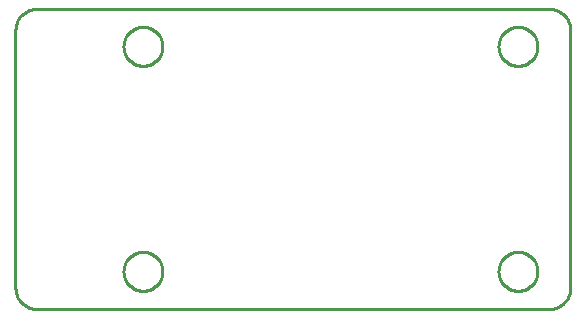
<source format=gbr>
G04 EAGLE Gerber RS-274X export*
G75*
%MOMM*%
%FSLAX34Y34*%
%LPD*%
%IN*%
%IPPOS*%
%AMOC8*
5,1,8,0,0,1.08239X$1,22.5*%
G01*
%ADD10C,0.254000*%


D10*
X0Y17961D02*
X68Y16395D01*
X273Y14842D01*
X612Y13312D01*
X1083Y11818D01*
X1683Y10370D01*
X2406Y8980D01*
X3248Y7659D01*
X4202Y6416D01*
X5261Y5261D01*
X6416Y4202D01*
X7659Y3248D01*
X8980Y2406D01*
X10370Y1683D01*
X11818Y1083D01*
X13312Y612D01*
X14842Y273D01*
X16395Y68D01*
X17961Y0D01*
X451940Y0D01*
X453505Y68D01*
X455058Y273D01*
X456588Y612D01*
X458082Y1083D01*
X459530Y1683D01*
X460920Y2406D01*
X462241Y3248D01*
X463484Y4202D01*
X464640Y5261D01*
X465698Y6416D01*
X466652Y7659D01*
X467494Y8980D01*
X468217Y10370D01*
X468817Y11818D01*
X469288Y13312D01*
X469627Y14842D01*
X469832Y16395D01*
X469900Y17961D01*
X469900Y236040D01*
X469832Y237605D01*
X469627Y239158D01*
X469288Y240688D01*
X468817Y242182D01*
X468217Y243630D01*
X467494Y245020D01*
X466652Y246341D01*
X465698Y247584D01*
X464640Y248740D01*
X463484Y249798D01*
X462241Y250752D01*
X460920Y251594D01*
X459530Y252317D01*
X458082Y252917D01*
X456588Y253388D01*
X455058Y253727D01*
X453505Y253932D01*
X451940Y254000D01*
X17961Y254000D01*
X16395Y253932D01*
X14842Y253727D01*
X13312Y253388D01*
X11818Y252917D01*
X10370Y252317D01*
X8980Y251594D01*
X7659Y250752D01*
X6416Y249798D01*
X5261Y248740D01*
X4202Y247584D01*
X3248Y246341D01*
X2406Y245020D01*
X1683Y243630D01*
X1083Y242182D01*
X612Y240688D01*
X273Y239158D01*
X68Y237605D01*
X0Y236040D01*
X0Y17961D01*
X441960Y31210D02*
X441889Y30131D01*
X441748Y29059D01*
X441537Y27999D01*
X441258Y26955D01*
X440910Y25931D01*
X440496Y24933D01*
X440018Y23963D01*
X439478Y23027D01*
X438877Y22128D01*
X438219Y21271D01*
X437507Y20458D01*
X436742Y19694D01*
X435929Y18981D01*
X435072Y18323D01*
X434173Y17722D01*
X433237Y17182D01*
X432267Y16704D01*
X431269Y16290D01*
X430245Y15942D01*
X429201Y15663D01*
X428141Y15452D01*
X427069Y15311D01*
X425990Y15240D01*
X424910Y15240D01*
X423831Y15311D01*
X422759Y15452D01*
X421699Y15663D01*
X420655Y15942D01*
X419631Y16290D01*
X418633Y16704D01*
X417663Y17182D01*
X416727Y17722D01*
X415828Y18323D01*
X414971Y18981D01*
X414158Y19694D01*
X413394Y20458D01*
X412681Y21271D01*
X412023Y22128D01*
X411422Y23027D01*
X410882Y23963D01*
X410404Y24933D01*
X409990Y25931D01*
X409642Y26955D01*
X409363Y27999D01*
X409152Y29059D01*
X409011Y30131D01*
X408940Y31210D01*
X408940Y32290D01*
X409011Y33369D01*
X409152Y34441D01*
X409363Y35501D01*
X409642Y36545D01*
X409990Y37569D01*
X410404Y38567D01*
X410882Y39537D01*
X411422Y40473D01*
X412023Y41372D01*
X412681Y42229D01*
X413394Y43042D01*
X414158Y43807D01*
X414971Y44519D01*
X415828Y45177D01*
X416727Y45778D01*
X417663Y46318D01*
X418633Y46796D01*
X419631Y47210D01*
X420655Y47558D01*
X421699Y47837D01*
X422759Y48048D01*
X423831Y48189D01*
X424910Y48260D01*
X425990Y48260D01*
X427069Y48189D01*
X428141Y48048D01*
X429201Y47837D01*
X430245Y47558D01*
X431269Y47210D01*
X432267Y46796D01*
X433237Y46318D01*
X434173Y45778D01*
X435072Y45177D01*
X435929Y44519D01*
X436742Y43807D01*
X437507Y43042D01*
X438219Y42229D01*
X438877Y41372D01*
X439478Y40473D01*
X440018Y39537D01*
X440496Y38567D01*
X440910Y37569D01*
X441258Y36545D01*
X441537Y35501D01*
X441748Y34441D01*
X441889Y33369D01*
X441960Y32290D01*
X441960Y31210D01*
X441960Y221710D02*
X441889Y220631D01*
X441748Y219559D01*
X441537Y218499D01*
X441258Y217455D01*
X440910Y216431D01*
X440496Y215433D01*
X440018Y214463D01*
X439478Y213527D01*
X438877Y212628D01*
X438219Y211771D01*
X437507Y210958D01*
X436742Y210194D01*
X435929Y209481D01*
X435072Y208823D01*
X434173Y208222D01*
X433237Y207682D01*
X432267Y207204D01*
X431269Y206790D01*
X430245Y206442D01*
X429201Y206163D01*
X428141Y205952D01*
X427069Y205811D01*
X425990Y205740D01*
X424910Y205740D01*
X423831Y205811D01*
X422759Y205952D01*
X421699Y206163D01*
X420655Y206442D01*
X419631Y206790D01*
X418633Y207204D01*
X417663Y207682D01*
X416727Y208222D01*
X415828Y208823D01*
X414971Y209481D01*
X414158Y210194D01*
X413394Y210958D01*
X412681Y211771D01*
X412023Y212628D01*
X411422Y213527D01*
X410882Y214463D01*
X410404Y215433D01*
X409990Y216431D01*
X409642Y217455D01*
X409363Y218499D01*
X409152Y219559D01*
X409011Y220631D01*
X408940Y221710D01*
X408940Y222790D01*
X409011Y223869D01*
X409152Y224941D01*
X409363Y226001D01*
X409642Y227045D01*
X409990Y228069D01*
X410404Y229067D01*
X410882Y230037D01*
X411422Y230973D01*
X412023Y231872D01*
X412681Y232729D01*
X413394Y233542D01*
X414158Y234307D01*
X414971Y235019D01*
X415828Y235677D01*
X416727Y236278D01*
X417663Y236818D01*
X418633Y237296D01*
X419631Y237710D01*
X420655Y238058D01*
X421699Y238337D01*
X422759Y238548D01*
X423831Y238689D01*
X424910Y238760D01*
X425990Y238760D01*
X427069Y238689D01*
X428141Y238548D01*
X429201Y238337D01*
X430245Y238058D01*
X431269Y237710D01*
X432267Y237296D01*
X433237Y236818D01*
X434173Y236278D01*
X435072Y235677D01*
X435929Y235019D01*
X436742Y234307D01*
X437507Y233542D01*
X438219Y232729D01*
X438877Y231872D01*
X439478Y230973D01*
X440018Y230037D01*
X440496Y229067D01*
X440910Y228069D01*
X441258Y227045D01*
X441537Y226001D01*
X441748Y224941D01*
X441889Y223869D01*
X441960Y222790D01*
X441960Y221710D01*
X124460Y221710D02*
X124389Y220631D01*
X124248Y219559D01*
X124037Y218499D01*
X123758Y217455D01*
X123410Y216431D01*
X122996Y215433D01*
X122518Y214463D01*
X121978Y213527D01*
X121377Y212628D01*
X120719Y211771D01*
X120007Y210958D01*
X119242Y210194D01*
X118429Y209481D01*
X117572Y208823D01*
X116673Y208222D01*
X115737Y207682D01*
X114767Y207204D01*
X113769Y206790D01*
X112745Y206442D01*
X111701Y206163D01*
X110641Y205952D01*
X109569Y205811D01*
X108490Y205740D01*
X107410Y205740D01*
X106331Y205811D01*
X105259Y205952D01*
X104199Y206163D01*
X103155Y206442D01*
X102131Y206790D01*
X101133Y207204D01*
X100163Y207682D01*
X99227Y208222D01*
X98328Y208823D01*
X97471Y209481D01*
X96658Y210194D01*
X95894Y210958D01*
X95181Y211771D01*
X94523Y212628D01*
X93922Y213527D01*
X93382Y214463D01*
X92904Y215433D01*
X92490Y216431D01*
X92142Y217455D01*
X91863Y218499D01*
X91652Y219559D01*
X91511Y220631D01*
X91440Y221710D01*
X91440Y222790D01*
X91511Y223869D01*
X91652Y224941D01*
X91863Y226001D01*
X92142Y227045D01*
X92490Y228069D01*
X92904Y229067D01*
X93382Y230037D01*
X93922Y230973D01*
X94523Y231872D01*
X95181Y232729D01*
X95894Y233542D01*
X96658Y234307D01*
X97471Y235019D01*
X98328Y235677D01*
X99227Y236278D01*
X100163Y236818D01*
X101133Y237296D01*
X102131Y237710D01*
X103155Y238058D01*
X104199Y238337D01*
X105259Y238548D01*
X106331Y238689D01*
X107410Y238760D01*
X108490Y238760D01*
X109569Y238689D01*
X110641Y238548D01*
X111701Y238337D01*
X112745Y238058D01*
X113769Y237710D01*
X114767Y237296D01*
X115737Y236818D01*
X116673Y236278D01*
X117572Y235677D01*
X118429Y235019D01*
X119242Y234307D01*
X120007Y233542D01*
X120719Y232729D01*
X121377Y231872D01*
X121978Y230973D01*
X122518Y230037D01*
X122996Y229067D01*
X123410Y228069D01*
X123758Y227045D01*
X124037Y226001D01*
X124248Y224941D01*
X124389Y223869D01*
X124460Y222790D01*
X124460Y221710D01*
X124460Y31210D02*
X124389Y30131D01*
X124248Y29059D01*
X124037Y27999D01*
X123758Y26955D01*
X123410Y25931D01*
X122996Y24933D01*
X122518Y23963D01*
X121978Y23027D01*
X121377Y22128D01*
X120719Y21271D01*
X120007Y20458D01*
X119242Y19694D01*
X118429Y18981D01*
X117572Y18323D01*
X116673Y17722D01*
X115737Y17182D01*
X114767Y16704D01*
X113769Y16290D01*
X112745Y15942D01*
X111701Y15663D01*
X110641Y15452D01*
X109569Y15311D01*
X108490Y15240D01*
X107410Y15240D01*
X106331Y15311D01*
X105259Y15452D01*
X104199Y15663D01*
X103155Y15942D01*
X102131Y16290D01*
X101133Y16704D01*
X100163Y17182D01*
X99227Y17722D01*
X98328Y18323D01*
X97471Y18981D01*
X96658Y19694D01*
X95894Y20458D01*
X95181Y21271D01*
X94523Y22128D01*
X93922Y23027D01*
X93382Y23963D01*
X92904Y24933D01*
X92490Y25931D01*
X92142Y26955D01*
X91863Y27999D01*
X91652Y29059D01*
X91511Y30131D01*
X91440Y31210D01*
X91440Y32290D01*
X91511Y33369D01*
X91652Y34441D01*
X91863Y35501D01*
X92142Y36545D01*
X92490Y37569D01*
X92904Y38567D01*
X93382Y39537D01*
X93922Y40473D01*
X94523Y41372D01*
X95181Y42229D01*
X95894Y43042D01*
X96658Y43807D01*
X97471Y44519D01*
X98328Y45177D01*
X99227Y45778D01*
X100163Y46318D01*
X101133Y46796D01*
X102131Y47210D01*
X103155Y47558D01*
X104199Y47837D01*
X105259Y48048D01*
X106331Y48189D01*
X107410Y48260D01*
X108490Y48260D01*
X109569Y48189D01*
X110641Y48048D01*
X111701Y47837D01*
X112745Y47558D01*
X113769Y47210D01*
X114767Y46796D01*
X115737Y46318D01*
X116673Y45778D01*
X117572Y45177D01*
X118429Y44519D01*
X119242Y43807D01*
X120007Y43042D01*
X120719Y42229D01*
X121377Y41372D01*
X121978Y40473D01*
X122518Y39537D01*
X122996Y38567D01*
X123410Y37569D01*
X123758Y36545D01*
X124037Y35501D01*
X124248Y34441D01*
X124389Y33369D01*
X124460Y32290D01*
X124460Y31210D01*
M02*

</source>
